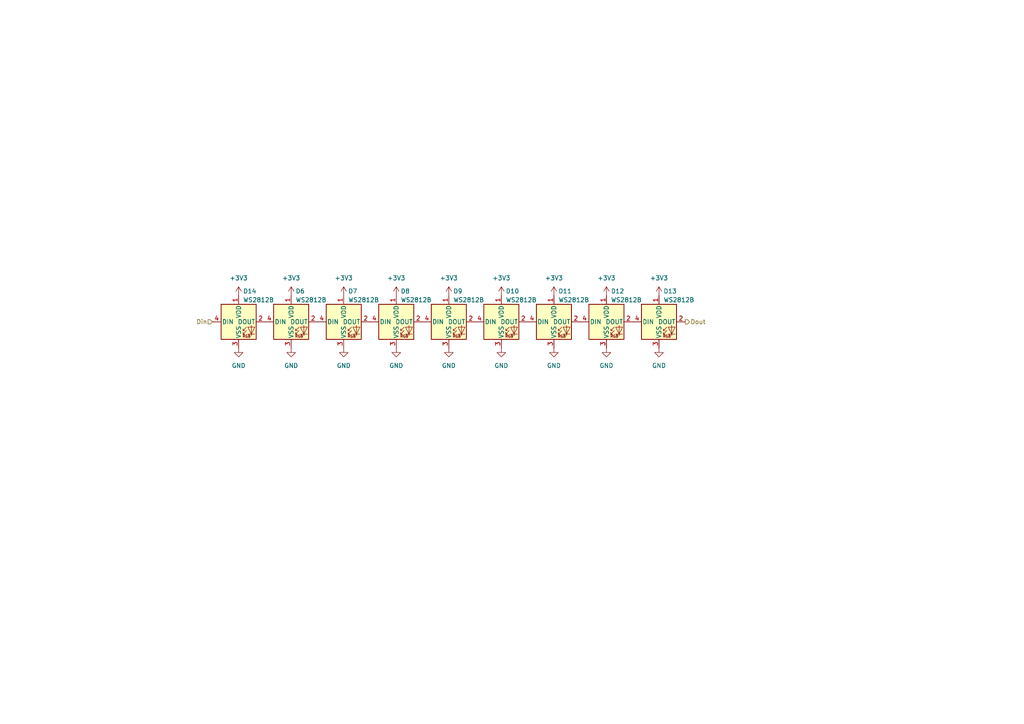
<source format=kicad_sch>
(kicad_sch (version 20230121) (generator eeschema)
  (paper "A4")
  (lib_symbols
    (symbol "LED:WS2812B" (pin_names (offset 0.254))
      (property "Reference" "D" (at 5.08 5.715 0))
      (property "Value" "WS2812B" (at 1.27 -5.715 0))
      (symbol "WS2812B_0_0"
        (text "RGB" (at 2.286 -4.191 0) (effects (font (size 0.762 0.762))))
      )
      (symbol "WS2812B_0_1"
        (polyline (pts (xy 1.27 -3.556) (xy 1.778 -3.556)))
        (polyline (pts (xy 1.27 -2.54) (xy 1.778 -2.54)))
        (polyline (pts (xy 4.699 -3.556) (xy 2.667 -3.556)))
        (polyline (pts (xy 2.286 -2.54) (xy 1.27 -3.556) (xy 1.27 -3.048)))
        (polyline (pts (xy 2.286 -1.524) (xy 1.27 -2.54) (xy 1.27 -2.032)))
        (polyline (pts (xy 3.683 -1.016) (xy 3.683 -3.556) (xy 3.683 -4.064)))
        (polyline (pts (xy 4.699 -1.524) (xy 2.667 -1.524) (xy 3.683 -3.556) (xy 4.699 -1.524)))
        (rectangle (start 5.08 5.08) (end -5.08 -5.08) (stroke (width 0.254)) (fill (type background)))
      )
      (symbol "WS2812B_1_1"
        (pin power_in line (at 0 7.62 270) (length 2.54) (name "VDD") (number "1"))
        (pin output line (at 7.62 0 180) (length 2.54) (name "DOUT") (number "2"))
        (pin power_in line (at 0 -7.62 90) (length 2.54) (name "VSS") (number "3"))
        (pin input line (at -7.62 0 0) (length 2.54) (name "DIN") (number "4"))
      )
    )
    (symbol "power:+3V3" (power) (pin_names (offset 0))
      (property "Value" "+3V3" (at 0 3.556 0))
      (symbol "+3V3_0_1"
        (polyline (pts (xy -0.762 1.27) (xy 0 2.54)))
        (polyline (pts (xy 0 0) (xy 0 2.54)))
        (polyline (pts (xy 0 2.54) (xy 0.762 1.27)))
      )
      (symbol "+3V3_1_1"
        (pin power_in line (at 0 0 90) (length 0) hide (name "+3V3") (number "1"))
      )
    )
    (symbol "power:GND" (power) (pin_names (offset 0))
      (property "Value" "GND" (at 0 -3.81 0))
      (symbol "GND_0_1"
        (polyline (pts (xy 0 0) (xy 0 -1.27) (xy 1.27 -1.27) (xy 0 -2.54) (xy -1.27 -1.27) (xy 0 -1.27)))
      )
      (symbol "GND_1_1"
        (pin power_in line (at 0 0 270) (length 0) hide (name "GND") (number "1"))
      )
    )
  )
  (hierarchical_label "Din" (shape input) (at 61.595 93.345 180))
  (hierarchical_label "Dout" (shape output) (at 198.755 93.345 0))
  (symbol (lib_id "power:GND") (at 130.175 100.965 0) (unit 1)
    (property "Reference" "#PWR093" (effects hide))
    (property "Value" "GND" (at 130.175 106.045 0))
    (instances (project "sao_eprom_v2" (path "" (reference "#PWR093") (unit 1)) (path "" (reference "#PWR095") (unit 1))))
  )
  (symbol (lib_id "LED:WS2812B") (at 191.135 93.345 0) (unit 1)
    (property "Reference" "D13" (at 192.405 84.455 0) (effects (justify left)))
    (property "Value" "WS2812B" (at 192.405 86.995 0) (effects (justify left)))
    (property "Footprint" "LED_SMD:LED_WS2812B_PLCC4_5.0x5.0mm_P3.2mm" (effects hide))
    (property "Datasheet" "https://cdn-shop.adafruit.com/datasheets/WS2812B.pdf" (effects hide))
    (instances (project "sao_eprom_v2" (path "" (reference "D13") (unit 1)) (path "" (reference "D14") (unit 1))))
  )
  (symbol (lib_id "power:GND") (at 114.935 100.965 0) (unit 1)
    (property "Reference" "#PWR091" (effects hide))
    (property "Value" "GND" (at 114.935 106.045 0))
    (instances (project "sao_eprom_v2" (path "" (reference "#PWR091") (unit 1)) (path "" (reference "#PWR093") (unit 1))))
  )
  (symbol (lib_id "power:+3V3") (at 114.935 85.725 0) (unit 1)
    (property "Reference" "#PWR090" (effects hide))
    (property "Value" "+3V3" (at 114.935 80.645 0))
    (instances (project "sao_eprom_v2" (path "" (reference "#PWR090") (unit 1)) (path "" (reference "#PWR092") (unit 1))))
  )
  (symbol (lib_id "power:GND") (at 84.455 100.965 0) (unit 1)
    (property "Reference" "#PWR087" (effects hide))
    (property "Value" "GND" (at 84.455 106.045 0))
    (instances (project "sao_eprom_v2" (path "" (reference "#PWR087") (unit 1)) (path "" (reference "#PWR089") (unit 1))))
  )
  (symbol (lib_id "LED:WS2812B") (at 84.455 93.345 0) (unit 1)
    (property "Reference" "D6" (at 85.725 84.455 0) (effects (justify left)))
    (property "Value" "WS2812B" (at 85.725 86.995 0) (effects (justify left)))
    (property "Footprint" "LED_SMD:LED_WS2812B_PLCC4_5.0x5.0mm_P3.2mm" (effects hide))
    (property "Datasheet" "https://cdn-shop.adafruit.com/datasheets/WS2812B.pdf" (effects hide))
    (instances (project "sao_eprom_v2" (path "" (reference "D6") (unit 1)) (path "" (reference "D7") (unit 1))))
  )
  (symbol (lib_id "power:+3V3") (at 175.895 85.725 0) (unit 1)
    (property "Reference" "#PWR098" (effects hide))
    (property "Value" "+3V3" (at 175.895 80.645 0))
    (instances (project "sao_eprom_v2" (path "" (reference "#PWR098") (unit 1)) (path "" (reference "#PWR0100") (unit 1))))
  )
  (symbol (lib_id "LED:WS2812B") (at 145.415 93.345 0) (unit 1)
    (property "Reference" "D10" (at 146.685 84.455 0) (effects (justify left)))
    (property "Value" "WS2812B" (at 146.685 86.995 0) (effects (justify left)))
    (property "Footprint" "LED_SMD:LED_WS2812B_PLCC4_5.0x5.0mm_P3.2mm" (effects hide))
    (property "Datasheet" "https://cdn-shop.adafruit.com/datasheets/WS2812B.pdf" (effects hide))
    (instances (project "sao_eprom_v2" (path "" (reference "D10") (unit 1)) (path "" (reference "D11") (unit 1))))
  )
  (symbol (lib_id "power:GND") (at 160.655 100.965 0) (unit 1)
    (property "Reference" "#PWR097" (effects hide))
    (property "Value" "GND" (at 160.655 106.045 0))
    (instances (project "sao_eprom_v2" (path "" (reference "#PWR097") (unit 1)) (path "" (reference "#PWR099") (unit 1))))
  )
  (symbol (lib_id "power:GND") (at 191.135 100.965 0) (unit 1)
    (property "Reference" "#PWR0101" (effects hide))
    (property "Value" "GND" (at 191.135 106.045 0))
    (instances (project "sao_eprom_v2" (path "" (reference "#PWR0101") (unit 1)) (path "" (reference "#PWR0103") (unit 1))))
  )
  (symbol (lib_id "power:+3V3") (at 84.455 85.725 0) (unit 1)
    (property "Reference" "#PWR086" (effects hide))
    (property "Value" "+3V3" (at 84.455 80.645 0))
    (instances (project "sao_eprom_v2" (path "" (reference "#PWR086") (unit 1)) (path "" (reference "#PWR088") (unit 1))))
  )
  (symbol (lib_id "power:+3V3") (at 145.415 85.725 0) (unit 1)
    (property "Reference" "#PWR094" (effects hide))
    (property "Value" "+3V3" (at 145.415 80.645 0))
    (instances (project "sao_eprom_v2" (path "" (reference "#PWR094") (unit 1)) (path "" (reference "#PWR096") (unit 1))))
  )
  (symbol (lib_id "power:+3V3") (at 99.695 85.725 0) (unit 1)
    (property "Reference" "#PWR088" (effects hide))
    (property "Value" "+3V3" (at 99.695 80.645 0))
    (instances (project "sao_eprom_v2" (path "" (reference "#PWR088") (unit 1)) (path "" (reference "#PWR090") (unit 1))))
  )
  (symbol (lib_id "power:GND") (at 69.215 100.965 0) (unit 1)
    (property "Reference" "#PWR0103" (effects hide))
    (property "Value" "GND" (at 69.215 106.045 0))
    (instances (project "sao_eprom_v2" (path "" (reference "#PWR0103") (unit 1)) (path "" (reference "#PWR087") (unit 1))))
  )
  (symbol (lib_id "LED:WS2812B") (at 160.655 93.345 0) (unit 1)
    (property "Reference" "D11" (at 161.925 84.455 0) (effects (justify left)))
    (property "Value" "WS2812B" (at 161.925 86.995 0) (effects (justify left)))
    (property "Footprint" "LED_SMD:LED_WS2812B_PLCC4_5.0x5.0mm_P3.2mm" (effects hide))
    (property "Datasheet" "https://cdn-shop.adafruit.com/datasheets/WS2812B.pdf" (effects hide))
    (instances (project "sao_eprom_v2" (path "" (reference "D11") (unit 1)) (path "" (reference "D12") (unit 1))))
  )
  (symbol (lib_id "LED:WS2812B") (at 130.175 93.345 0) (unit 1)
    (property "Reference" "D9" (at 131.445 84.455 0) (effects (justify left)))
    (property "Value" "WS2812B" (at 131.445 86.995 0) (effects (justify left)))
    (property "Footprint" "LED_SMD:LED_WS2812B_PLCC4_5.0x5.0mm_P3.2mm" (effects hide))
    (property "Datasheet" "https://cdn-shop.adafruit.com/datasheets/WS2812B.pdf" (effects hide))
    (instances (project "sao_eprom_v2" (path "" (reference "D9") (unit 1)) (path "" (reference "D10") (unit 1))))
  )
  (symbol (lib_id "LED:WS2812B") (at 99.695 93.345 0) (unit 1)
    (property "Reference" "D7" (at 100.965 84.455 0) (effects (justify left)))
    (property "Value" "WS2812B" (at 100.965 86.995 0) (effects (justify left)))
    (property "Footprint" "LED_SMD:LED_WS2812B_PLCC4_5.0x5.0mm_P3.2mm" (effects hide))
    (property "Datasheet" "https://cdn-shop.adafruit.com/datasheets/WS2812B.pdf" (effects hide))
    (instances (project "sao_eprom_v2" (path "" (reference "D7") (unit 1)) (path "" (reference "D8") (unit 1))))
  )
  (symbol (lib_id "power:+3V3") (at 160.655 85.725 0) (unit 1)
    (property "Reference" "#PWR096" (effects hide))
    (property "Value" "+3V3" (at 160.655 80.645 0))
    (instances (project "sao_eprom_v2" (path "" (reference "#PWR096") (unit 1)) (path "" (reference "#PWR098") (unit 1))))
  )
  (symbol (lib_id "LED:WS2812B") (at 69.215 93.345 0) (unit 1)
    (property "Reference" "D14" (at 70.485 84.455 0) (effects (justify left)))
    (property "Value" "WS2812B" (at 70.485 86.995 0) (effects (justify left)))
    (property "Footprint" "LED_SMD:LED_WS2812B_PLCC4_5.0x5.0mm_P3.2mm" (effects hide))
    (property "Datasheet" "https://cdn-shop.adafruit.com/datasheets/WS2812B.pdf" (effects hide))
    (instances (project "sao_eprom_v2" (path "" (reference "D14") (unit 1)) (path "" (reference "D6") (unit 1))))
  )
  (symbol (lib_id "power:+3V3") (at 130.175 85.725 0) (unit 1)
    (property "Reference" "#PWR092" (effects hide))
    (property "Value" "+3V3" (at 130.175 80.645 0))
    (instances (project "sao_eprom_v2" (path "" (reference "#PWR092") (unit 1)) (path "" (reference "#PWR094") (unit 1))))
  )
  (symbol (lib_id "power:+3V3") (at 69.215 85.725 0) (unit 1)
    (property "Reference" "#PWR0102" (effects hide))
    (property "Value" "+3V3" (at 69.215 80.645 0))
    (instances (project "sao_eprom_v2" (path "" (reference "#PWR0102") (unit 1)) (path "" (reference "#PWR086") (unit 1))))
  )
  (symbol (lib_id "LED:WS2812B") (at 175.895 93.345 0) (unit 1)
    (property "Reference" "D12" (at 177.165 84.455 0) (effects (justify left)))
    (property "Value" "WS2812B" (at 177.165 86.995 0) (effects (justify left)))
    (property "Footprint" "LED_SMD:LED_WS2812B_PLCC4_5.0x5.0mm_P3.2mm" (effects hide))
    (property "Datasheet" "https://cdn-shop.adafruit.com/datasheets/WS2812B.pdf" (effects hide))
    (instances (project "sao_eprom_v2" (path "" (reference "D12") (unit 1)) (path "" (reference "D13") (unit 1))))
  )
  (symbol (lib_id "power:+3V3") (at 191.135 85.725 0) (unit 1)
    (property "Reference" "#PWR0100" (effects hide))
    (property "Value" "+3V3" (at 191.135 80.645 0))
    (instances (project "sao_eprom_v2" (path "" (reference "#PWR0100") (unit 1)) (path "" (reference "#PWR0102") (unit 1))))
  )
  (symbol (lib_id "power:GND") (at 145.415 100.965 0) (unit 1)
    (property "Reference" "#PWR095" (effects hide))
    (property "Value" "GND" (at 145.415 106.045 0))
    (instances (project "sao_eprom_v2" (path "" (reference "#PWR095") (unit 1)) (path "" (reference "#PWR097") (unit 1))))
  )
  (symbol (lib_id "LED:WS2812B") (at 114.935 93.345 0) (unit 1)
    (property "Reference" "D8" (at 116.205 84.455 0) (effects (justify left)))
    (property "Value" "WS2812B" (at 116.205 86.995 0) (effects (justify left)))
    (property "Footprint" "LED_SMD:LED_WS2812B_PLCC4_5.0x5.0mm_P3.2mm" (effects hide))
    (property "Datasheet" "https://cdn-shop.adafruit.com/datasheets/WS2812B.pdf" (effects hide))
    (instances (project "sao_eprom_v2" (path "" (reference "D8") (unit 1)) (path "" (reference "D9") (unit 1))))
  )
  (symbol (lib_id "power:GND") (at 175.895 100.965 0) (unit 1)
    (property "Reference" "#PWR099" (effects hide))
    (property "Value" "GND" (at 175.895 106.045 0))
    (instances (project "sao_eprom_v2" (path "" (reference "#PWR099") (unit 1)) (path "" (reference "#PWR0101") (unit 1))))
  )
  (symbol (lib_id "power:GND") (at 99.695 100.965 0) (unit 1)
    (property "Reference" "#PWR089" (effects hide))
    (property "Value" "GND" (at 99.695 106.045 0))
    (instances (project "sao_eprom_v2" (path "" (reference "#PWR089") (unit 1)) (path "" (reference "#PWR091") (unit 1))))
  )
)
</source>
